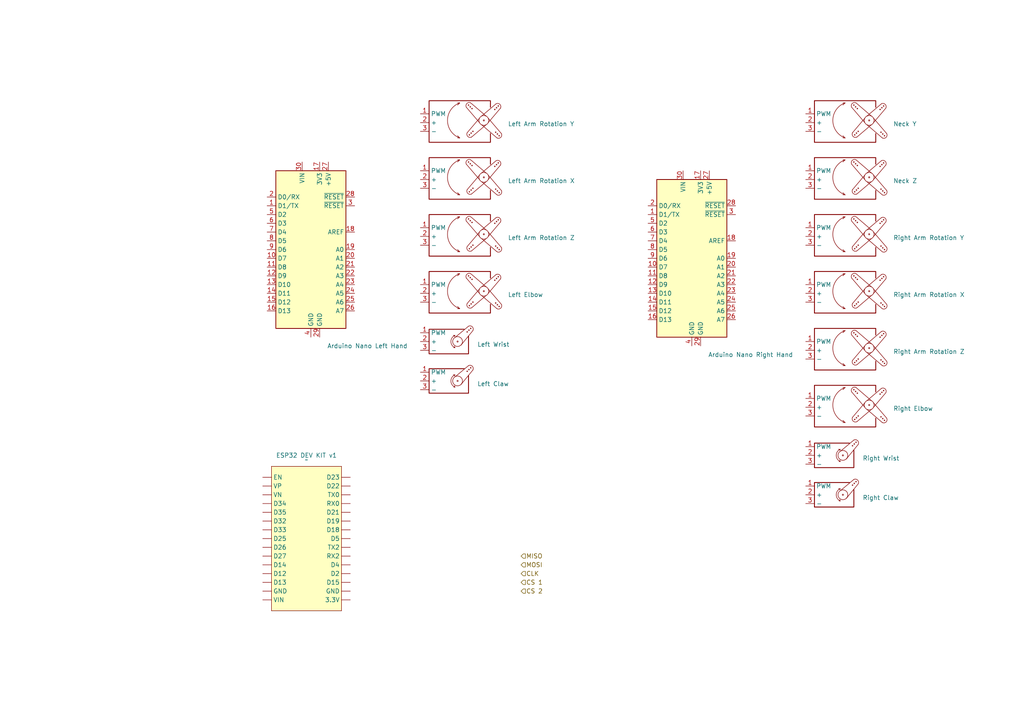
<source format=kicad_sch>
(kicad_sch (version 20231120) (generator "eeschema") (generator_version "8.0")
  (paper "A4")
  (lib_symbols
    (symbol "MARCEL-custom:ESP32"
      (property "Reference" "ESP32 DEV KIT v1" (at -0.254 28.448 0))
      (symbol "ESP32_1_1"
        (rectangle (start -10.16 20.955) (end 10.16 -20.955) (fill (type background)))
        (pin input line (at 12.7 -17.78 180) (length 2.54) (name "3.3V") (number ""))
        (pin input line (at -12.7 -10.16 0) (length 2.54) (name "D12") (number ""))
        (pin input line (at -12.7 -12.7 0) (length 2.54) (name "D13") (number ""))
        (pin input line (at -12.7 -7.62 0) (length 2.54) (name "D14") (number ""))
        (pin input line (at 12.7 -12.7 180) (length 2.54) (name "D15") (number ""))
        (pin input line (at 12.7 2.54 180) (length 2.54) (name "D18") (number ""))
        (pin input line (at 12.7 5.08 180) (length 2.54) (name "D19") (number ""))
        (pin input line (at 12.7 -10.16 180) (length 2.54) (name "D2") (number ""))
        (pin input line (at 12.7 7.62 180) (length 2.54) (name "D21") (number ""))
        (pin input line (at 12.7 15.24 180) (length 2.54) (name "D22") (number ""))
        (pin input line (at 12.7 17.78 180) (length 2.54) (name "D23") (number ""))
        (pin input line (at -12.7 0 0) (length 2.54) (name "D25") (number ""))
        (pin input line (at -12.7 -2.54 0) (length 2.54) (name "D26") (number ""))
        (pin input line (at -12.7 -5.08 0) (length 2.54) (name "D27") (number ""))
        (pin input line (at -12.7 5.08 0) (length 2.54) (name "D32") (number ""))
        (pin input line (at -12.7 2.54 0) (length 2.54) (name "D33") (number ""))
        (pin input line (at -12.7 10.16 0) (length 2.54) (name "D34") (number ""))
        (pin input line (at -12.7 7.62 0) (length 2.54) (name "D35") (number ""))
        (pin input line (at 12.7 -7.62 180) (length 2.54) (name "D4") (number ""))
        (pin input line (at 12.7 0 180) (length 2.54) (name "D5") (number ""))
        (pin input line (at -12.7 17.78 0) (length 2.54) (name "EN") (number ""))
        (pin input line (at -12.7 -15.24 0) (length 2.54) (name "GND") (number ""))
        (pin input line (at 12.7 -15.24 180) (length 2.54) (name "GND") (number ""))
        (pin input line (at 12.7 10.16 180) (length 2.54) (name "RX0") (number ""))
        (pin input line (at 12.7 -5.08 180) (length 2.54) (name "RX2") (number ""))
        (pin input line (at 12.7 12.7 180) (length 2.54) (name "TX0") (number ""))
        (pin input line (at 12.7 -2.54 180) (length 2.54) (name "TX2") (number ""))
        (pin input line (at -12.7 -17.78 0) (length 2.54) (name "VIN") (number ""))
        (pin input line (at -12.7 12.7 0) (length 2.54) (name "VN") (number ""))
        (pin input line (at -12.7 15.24 0) (length 2.54) (name "VP") (number ""))
      )
    )
    (symbol "MARCEL-custom:Servo_Motor_MG996R"
      (property "Reference" "U" (at 0 8.636 0))
      (symbol "Servo_Motor_MG996R_0_1"
        (polyline (pts (xy 0 -4.445) (xy -0.635 -4.445)))
        (polyline (pts (xy 0 -4.445) (xy -0.635 -3.81)))
        (polyline (pts (xy 0 5.715) (xy -0.635 5.08)))
        (polyline (pts (xy 0 5.715) (xy -0.635 5.715)))
        (polyline (pts (xy 1.905 4.445) (xy 5.715 0)))
        (polyline (pts (xy 2.159 -2.921) (xy 5.715 1.27)))
        (polyline (pts (xy 3.175 5.715) (xy 7.62 1.905)))
        (polyline (pts (xy 3.429 -4.191) (xy 7.62 -0.635)))
        (polyline (pts (xy 9.525 7.62) (xy 9.525 7.62)))
        (polyline (pts (xy 10.541 5.461) (xy 6.35 1.905)))
        (polyline (pts (xy 10.795 -4.445) (xy 6.35 -0.635)))
        (polyline (pts (xy 11.811 4.191) (xy 8.255 0)))
        (polyline (pts (xy 12.065 -3.175) (xy 8.255 1.27)))
        (polyline (pts (xy 8.89 -3.175) (xy 8.89 -5.715) (xy -8.89 -5.715) (xy -8.89 6.35) (xy 8.89 6.35) (xy 8.89 4.445)) (stroke (width 0.254)))
        (arc (start 0 5.715) (mid -3.5546 0.635) (end 0 -4.445))
        (arc (start 2.159 -2.921) (mid 2.3303 -4.0197) (end 3.429 -4.191))
        (circle (center 2.54 5.08) (radius 0.127))
        (circle (center 2.794 -3.556) (radius 0.127))
        (circle (center 3.048 4.572) (radius 0.127))
        (arc (start 3.175 5.715) (mid 2.0763 5.5437) (end 1.905 4.445))
        (circle (center 3.302 -3.048) (radius 0.127))
        (circle (center 3.556 4.064) (radius 0.127))
        (circle (center 3.81 -2.54) (radius 0.127))
        (circle (center 6.985 0.635) (radius 0.1778))
        (circle (center 6.985 0.635) (radius 1.4224))
        (circle (center 10.16 3.81) (radius 0.127))
        (circle (center 10.414 -2.794) (radius 0.127))
        (circle (center 10.668 4.318) (radius 0.127))
        (arc (start 10.795 -4.445) (mid 11.8937 -4.2737) (end 12.065 -3.175))
        (circle (center 10.922 -3.302) (radius 0.127))
        (circle (center 11.176 4.826) (radius 0.127))
        (circle (center 11.43 -3.81) (radius 0.127))
        (arc (start 11.811 4.191) (mid 11.6397 5.2897) (end 10.541 5.461))
      )
      (symbol "Servo_Motor_MG996R_1_1"
        (pin passive line (at -11.43 2.54 0) (length 2.54) (name "PWM") (number "1"))
        (pin passive line (at -11.43 0 0) (length 2.54) (name "+") (number "2"))
        (pin passive line (at -11.43 -2.54 0) (length 2.54) (name "-") (number "3"))
      )
    )
    (symbol "MARCEL-custom:Servo_Motor__SG90"
      (property "Reference" "U" (at 0 7.112 0))
      (symbol "Servo_Motor__SG90_0_1"
        (polyline (pts (xy 2.413 -1.778) (xy 2.032 -1.778)))
        (polyline (pts (xy 2.413 -1.778) (xy 2.286 -1.397)))
        (polyline (pts (xy 2.413 1.778) (xy 1.905 1.778)))
        (polyline (pts (xy 2.413 1.778) (xy 2.286 1.397)))
        (polyline (pts (xy 6.35 4.445) (xy 2.54 1.27)))
        (polyline (pts (xy 7.62 3.175) (xy 4.191 -1.016)))
        (polyline (pts (xy 5.08 3.556) (xy -5.08 3.556) (xy -5.08 -3.556) (xy 6.35 -3.556) (xy 6.35 1.524)) (stroke (width 0.254)))
        (arc (start 2.413 1.778) (mid 1.2406 0) (end 2.413 -1.778))
        (circle (center 3.175 0) (radius 0.1778))
        (circle (center 3.175 0) (radius 1.4224))
        (circle (center 5.969 2.794) (radius 0.127))
        (circle (center 6.477 3.302) (radius 0.127))
        (circle (center 6.985 3.81) (radius 0.127))
        (arc (start 7.62 3.175) (mid 7.4485 4.2735) (end 6.35 4.445))
      )
      (symbol "Servo_Motor__SG90_1_1"
        (pin passive line (at -7.62 2.54 0) (length 2.54) (name "PWM") (number "1"))
        (pin passive line (at -7.62 0 0) (length 2.54) (name "+") (number "2"))
        (pin passive line (at -7.62 -2.54 0) (length 2.54) (name "-") (number "3"))
      )
    )
    (symbol "MCU_Module:Arduino_Nano_v3.x"
      (property "Reference" "A" (at -10.16 23.495 0))
      (property "Value" "Arduino_Nano_v3.x" (at 5.08 -24.13 0))
      (symbol "Arduino_Nano_v3.x_0_1"
        (rectangle (start -10.16 22.86) (end 10.16 -22.86) (stroke (width 0.254)) (fill (type background)))
      )
      (symbol "Arduino_Nano_v3.x_1_1"
        (pin bidirectional line (at -12.7 12.7 0) (length 2.54) (name "D1/TX") (number "1"))
        (pin bidirectional line (at -12.7 -2.54 0) (length 2.54) (name "D7") (number "10"))
        (pin bidirectional line (at -12.7 -5.08 0) (length 2.54) (name "D8") (number "11"))
        (pin bidirectional line (at -12.7 -7.62 0) (length 2.54) (name "D9") (number "12"))
        (pin bidirectional line (at -12.7 -10.16 0) (length 2.54) (name "D10") (number "13"))
        (pin bidirectional line (at -12.7 -12.7 0) (length 2.54) (name "D11") (number "14"))
        (pin bidirectional line (at -12.7 -15.24 0) (length 2.54) (name "D12") (number "15"))
        (pin bidirectional line (at -12.7 -17.78 0) (length 2.54) (name "D13") (number "16"))
        (pin power_out line (at 2.54 25.4 270) (length 2.54) (name "3V3") (number "17"))
        (pin input line (at 12.7 5.08 180) (length 2.54) (name "AREF") (number "18"))
        (pin bidirectional line (at 12.7 0 180) (length 2.54) (name "A0") (number "19"))
        (pin bidirectional line (at -12.7 15.24 0) (length 2.54) (name "D0/RX") (number "2"))
        (pin bidirectional line (at 12.7 -2.54 180) (length 2.54) (name "A1") (number "20"))
        (pin bidirectional line (at 12.7 -5.08 180) (length 2.54) (name "A2") (number "21"))
        (pin bidirectional line (at 12.7 -7.62 180) (length 2.54) (name "A3") (number "22"))
        (pin bidirectional line (at 12.7 -10.16 180) (length 2.54) (name "A4") (number "23"))
        (pin bidirectional line (at 12.7 -12.7 180) (length 2.54) (name "A5") (number "24"))
        (pin bidirectional line (at 12.7 -15.24 180) (length 2.54) (name "A6") (number "25"))
        (pin bidirectional line (at 12.7 -17.78 180) (length 2.54) (name "A7") (number "26"))
        (pin power_out line (at 5.08 25.4 270) (length 2.54) (name "+5V") (number "27"))
        (pin input line (at 12.7 15.24 180) (length 2.54) (name "~{RESET}") (number "28"))
        (pin power_in line (at 2.54 -25.4 90) (length 2.54) (name "GND") (number "29"))
        (pin input line (at 12.7 12.7 180) (length 2.54) (name "~{RESET}") (number "3"))
        (pin power_in line (at -2.54 25.4 270) (length 2.54) (name "VIN") (number "30"))
        (pin power_in line (at 0 -25.4 90) (length 2.54) (name "GND") (number "4"))
        (pin bidirectional line (at -12.7 10.16 0) (length 2.54) (name "D2") (number "5"))
        (pin bidirectional line (at -12.7 7.62 0) (length 2.54) (name "D3") (number "6"))
        (pin bidirectional line (at -12.7 5.08 0) (length 2.54) (name "D4") (number "7"))
        (pin bidirectional line (at -12.7 2.54 0) (length 2.54) (name "D5") (number "8"))
        (pin bidirectional line (at -12.7 0 0) (length 2.54) (name "D6") (number "9"))
      )
    )
  )
  (hierarchical_label "MISO" (shape input) (at 151.13 161.29 0))
  (hierarchical_label "MOSI" (shape input) (at 151.13 163.83 0))
  (hierarchical_label "CS 1" (shape input) (at 151.13 168.91 0))
  (hierarchical_label "CLK" (shape input) (at 151.13 166.37 0))
  (hierarchical_label "CS 2" (shape input) (at 151.13 171.45 0))
  (symbol (lib_id "MARCEL-custom:Servo_Motor_MG996R") (at 133.35 68.58 0) (unit 1)
    (property "Reference" "U2" (effects (hide yes)))
    (property "Value" "Left Arm Rotation Z" (at 147.32 68.961 0) (effects (justify left)))
  )
  (symbol (lib_id "MARCEL-custom:Servo_Motor_MG996R") (at 133.35 85.09 0) (unit 1)
    (property "Reference" "U5" (effects (hide yes)))
    (property "Value" "Left Elbow" (at 147.32 85.471 0) (effects (justify left)))
  )
  (symbol (lib_id "MARCEL-custom:Servo_Motor_MG996R") (at 245.11 85.09 0) (unit 1)
    (property "Reference" "U11" (effects (hide yes)))
    (property "Value" "Right Arm Rotation X" (at 259.08 85.471 0) (effects (justify left)))
  )
  (symbol (lib_id "MARCEL-custom:Servo_Motor_MG996R") (at 245.11 68.58 0) (unit 1)
    (property "Reference" "U10" (effects (hide yes)))
    (property "Value" "Right Arm Rotation Y" (at 259.08 68.961 0) (effects (justify left)))
  )
  (symbol (lib_id "MARCEL-custom:Servo_Motor__SG90") (at 129.54 99.06 0) (unit 1)
    (property "Reference" "U6" (effects (hide yes)))
    (property "Value" "Left Wrist" (at 138.43 99.8966 0) (effects (justify left)))
  )
  (symbol (lib_id "MARCEL-custom:Servo_Motor_MG996R") (at 245.11 118.11 0) (unit 1)
    (property "Reference" "U13" (effects (hide yes)))
    (property "Value" "Right Elbow" (at 259.08 118.491 0) (effects (justify left)))
  )
  (symbol (lib_id "MARCEL-custom:ESP32") (at 88.9 156.21 0) (unit 1)
    (property "Reference" "ESP32 DEV KIT v1" (at 88.9 132.08 0))
    (property "Value" "~" (at 88.9 133.35 0))
  )
  (symbol (lib_id "MARCEL-custom:Servo_Motor_MG996R") (at 245.11 52.07 0) (unit 1)
    (property "Reference" "U16" (effects (hide yes)))
    (property "Value" "Neck Z" (at 259.08 52.451 0) (effects (justify left)))
  )
  (symbol (lib_id "MARCEL-custom:Servo_Motor_MG996R") (at 245.11 35.56 0) (unit 1)
    (property "Reference" "U14" (effects (hide yes)))
    (property "Value" "Neck Y" (at 259.08 35.941 0) (effects (justify left)))
  )
  (symbol (lib_id "MARCEL-custom:Servo_Motor_MG996R") (at 133.35 35.56 0) (unit 1)
    (property "Reference" "U15" (effects (hide yes)))
    (property "Value" "Left Arm Rotation Y" (at 147.32 35.941 0) (effects (justify left)))
  )
  (symbol (lib_id "MCU_Module:Arduino_Nano_v3.x") (at 90.17 72.39 0) (unit 1)
    (property "Reference" "A2" (effects (hide yes)))
    (property "Value" "Arduino Nano Left Hand" (at 94.9041 100.33 0) (effects (justify left)))
    (property "Footprint" "Module:Arduino_Nano" (effects (hide yes)))
    (property "Datasheet" "http://www.mouser.com/pdfdocs/Gravitech_Arduino_Nano3_0.pdf" (effects (hide yes)))
    (property "Description" "Arduino Nano v3.x" (effects (hide yes)))
  )
  (symbol (lib_id "MARCEL-custom:Servo_Motor__SG90") (at 129.54 110.49 0) (unit 1)
    (property "Reference" "U7" (effects (hide yes)))
    (property "Value" "Left Claw" (at 138.43 111.3266 0) (effects (justify left)))
  )
  (symbol (lib_id "MARCEL-custom:Servo_Motor_MG996R") (at 133.35 52.07 0) (unit 1)
    (property "Reference" "U1" (effects (hide yes)))
    (property "Value" "Left Arm Rotation X" (at 147.32 52.451 0) (effects (justify left)))
  )
  (symbol (lib_id "MARCEL-custom:Servo_Motor_MG996R") (at 245.11 101.6 0) (unit 1)
    (property "Reference" "U12" (effects (hide yes)))
    (property "Value" "Right Arm Rotation Z" (at 259.08 101.981 0) (effects (justify left)))
  )
  (symbol (lib_id "MARCEL-custom:Servo_Motor__SG90") (at 241.3 132.08 0) (unit 1)
    (property "Reference" "U8" (effects (hide yes)))
    (property "Value" "Right Wrist" (at 250.19 132.9166 0) (effects (justify left)))
  )
  (symbol (lib_id "MCU_Module:Arduino_Nano_v3.x") (at 200.66 74.93 0) (unit 1)
    (property "Reference" "A6" (effects (hide yes)))
    (property "Value" "Arduino Nano Right Hand" (at 205.3941 102.87 0) (effects (justify left)))
    (property "Footprint" "Module:Arduino_Nano" (effects (hide yes)))
    (property "Datasheet" "http://www.mouser.com/pdfdocs/Gravitech_Arduino_Nano3_0.pdf" (effects (hide yes)))
    (property "Description" "Arduino Nano v3.x" (effects (hide yes)))
  )
  (symbol (lib_id "MARCEL-custom:Servo_Motor__SG90") (at 241.3 143.51 0) (unit 1)
    (property "Reference" "U9" (effects (hide yes)))
    (property "Value" "Right Claw" (at 250.19 144.3466 0) (effects (justify left)))
  )
)
</source>
